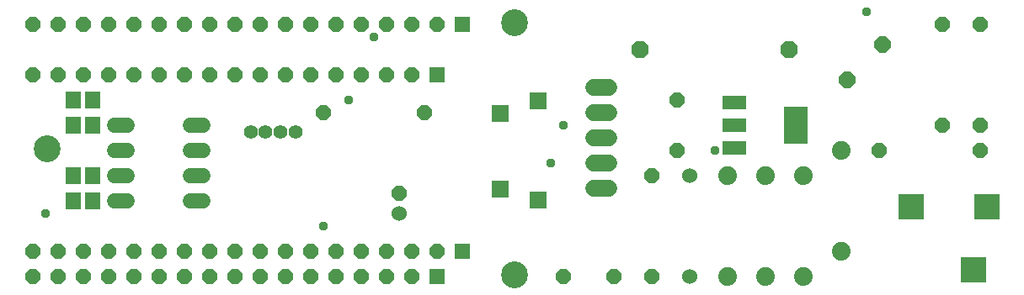
<source format=gbr>
G04 EAGLE Gerber RS-274X export*
G75*
%MOMM*%
%FSLAX34Y34*%
%LPD*%
%INSoldermask Top*%
%IPPOS*%
%AMOC8*
5,1,8,0,0,1.08239X$1,22.5*%
G01*
%ADD10C,2.703200*%
%ADD11P,1.649562X8X112.500000*%
%ADD12C,1.524000*%
%ADD13P,1.869504X8X202.500000*%
%ADD14P,1.649562X8X292.500000*%
%ADD15C,1.879600*%
%ADD16R,2.438200X1.422200*%
%ADD17R,2.403200X3.803200*%
%ADD18P,1.649562X8X22.500000*%
%ADD19P,1.649562X8X202.500000*%
%ADD20R,1.711200X1.711200*%
%ADD21C,1.411200*%
%ADD22C,1.524000*%
%ADD23R,2.603200X2.603200*%
%ADD24P,1.635708X8X202.500000*%
%ADD25R,1.511200X1.511200*%
%ADD26R,1.503200X1.803200*%
%ADD27P,1.743947X8X247.500000*%
%ADD28C,1.727200*%
%ADD29C,0.959600*%


D10*
X39730Y179620D03*
X509630Y306620D03*
X509630Y52620D03*
D11*
X393700Y134620D03*
D12*
X393700Y114300D03*
D13*
X786130Y279400D03*
X636270Y279400D03*
D14*
X673100Y228600D03*
X673100Y177800D03*
D15*
X762000Y152400D03*
X762000Y50800D03*
X723900Y50800D03*
X723900Y152400D03*
X800100Y152400D03*
X800100Y50800D03*
D16*
X731010Y226310D03*
X731010Y203200D03*
X731010Y180090D03*
D17*
X792990Y203200D03*
D14*
X939800Y304800D03*
X939800Y203200D03*
D11*
X977900Y203200D03*
X977900Y304800D03*
D18*
X876300Y177800D03*
X977900Y177800D03*
D19*
X609600Y50800D03*
X558800Y50800D03*
D20*
X495300Y138430D03*
X495300Y214630D03*
D21*
X289800Y195900D03*
X274800Y195900D03*
X259800Y195900D03*
X244800Y195900D03*
D22*
X120904Y203200D02*
X107696Y203200D01*
X107696Y177800D02*
X120904Y177800D01*
X120904Y152400D02*
X107696Y152400D01*
X107696Y127000D02*
X120904Y127000D01*
X183896Y127000D02*
X197104Y127000D01*
X197104Y152400D02*
X183896Y152400D01*
X183896Y177800D02*
X197104Y177800D01*
X197104Y203200D02*
X183896Y203200D01*
D23*
X971550Y57150D03*
D20*
X533400Y127800D03*
X533400Y227800D03*
D15*
X838200Y76200D03*
X838200Y177800D03*
D24*
X406400Y254160D03*
X381000Y254160D03*
X355600Y254160D03*
X330200Y254160D03*
X304800Y254160D03*
X279400Y254160D03*
X254000Y254160D03*
X228600Y254160D03*
X203200Y254160D03*
X177800Y254160D03*
X152400Y254160D03*
X127000Y254160D03*
X101600Y254160D03*
X76200Y254160D03*
X50800Y254160D03*
X25400Y254160D03*
X25400Y50960D03*
X50800Y50960D03*
X76200Y50960D03*
X101600Y50960D03*
X127000Y50960D03*
X152400Y50960D03*
X177800Y50960D03*
X203200Y50960D03*
X228600Y50960D03*
X254000Y50960D03*
X279400Y50960D03*
X304800Y50960D03*
X330200Y50960D03*
X355600Y50960D03*
X381000Y50960D03*
X406400Y50960D03*
D25*
X431800Y254160D03*
X431800Y50960D03*
D12*
X685800Y152400D03*
X685800Y50800D03*
D19*
X419100Y215900D03*
X317500Y215900D03*
D11*
X647700Y50800D03*
X647700Y152400D03*
D25*
X457200Y304800D03*
D24*
X431800Y304800D03*
X406400Y304800D03*
X381000Y304800D03*
X355600Y304800D03*
X330200Y304800D03*
X304800Y304800D03*
X279400Y304800D03*
X254000Y304800D03*
X228600Y304800D03*
X203200Y304800D03*
X177800Y304800D03*
X152400Y304800D03*
X127000Y304800D03*
X101600Y304800D03*
X76200Y304800D03*
X50800Y304800D03*
X25400Y304800D03*
X25400Y76200D03*
X50800Y76200D03*
X76200Y76200D03*
X101600Y76200D03*
X127000Y76200D03*
X152400Y76200D03*
X177800Y76200D03*
X203200Y76200D03*
X228600Y76200D03*
X254000Y76200D03*
X279400Y76200D03*
X304800Y76200D03*
X330200Y76200D03*
X355600Y76200D03*
X381000Y76200D03*
X406400Y76200D03*
X431800Y76200D03*
D25*
X457200Y76200D03*
D26*
X85700Y228600D03*
X66700Y228600D03*
X85700Y203200D03*
X66700Y203200D03*
X85700Y152400D03*
X66700Y152400D03*
X85700Y127000D03*
X66700Y127000D03*
D27*
X880291Y284661D03*
X844369Y248739D03*
D28*
X604520Y241300D02*
X589280Y241300D01*
X589280Y215900D02*
X604520Y215900D01*
X604520Y190500D02*
X589280Y190500D01*
X589280Y165100D02*
X604520Y165100D01*
X604520Y139700D02*
X589280Y139700D01*
D23*
X908700Y120650D03*
X984900Y120650D03*
D29*
X317500Y101600D03*
X342900Y228600D03*
X558800Y203200D03*
X368300Y292100D03*
X711200Y177800D03*
X546100Y165100D03*
X863600Y317500D03*
X38100Y114300D03*
M02*

</source>
